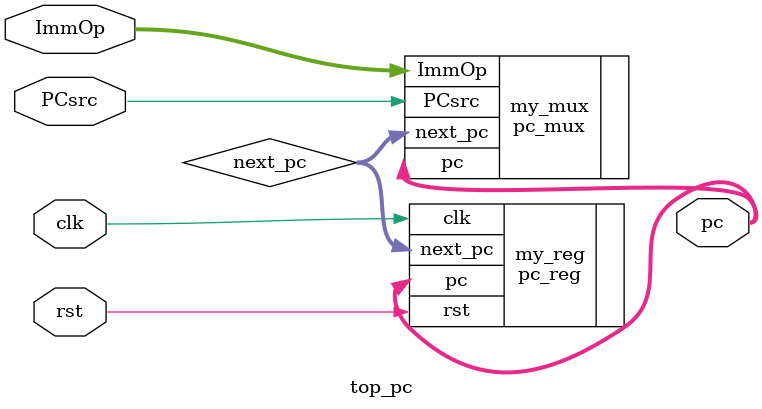
<source format=sv>
module top_pc #(
    parameter ADDRESS_WIDTH = 8,
              DATA_WIDTH = 32
)(
    input  logic                     clk,
    input  logic                     rst,
    input  logic                     PCsrc,
    input  logic [DATA_WIDTH-1:0]    ImmOp,

    output logic [ADDRESS_WIDTH-1:0] pc
);

logic [ADDRESS_WIDTH-1:0] next_pc;

pc_mux my_mux (
    .PCsrc(PCsrc),
    .ImmOp(ImmOp),
    .pc(pc),
    .next_pc(next_pc)
);

pc_reg my_reg(
    .clk(clk),
    .rst(rst),
    .next_pc(next_pc),
    .pc(pc)
);

endmodule

</source>
